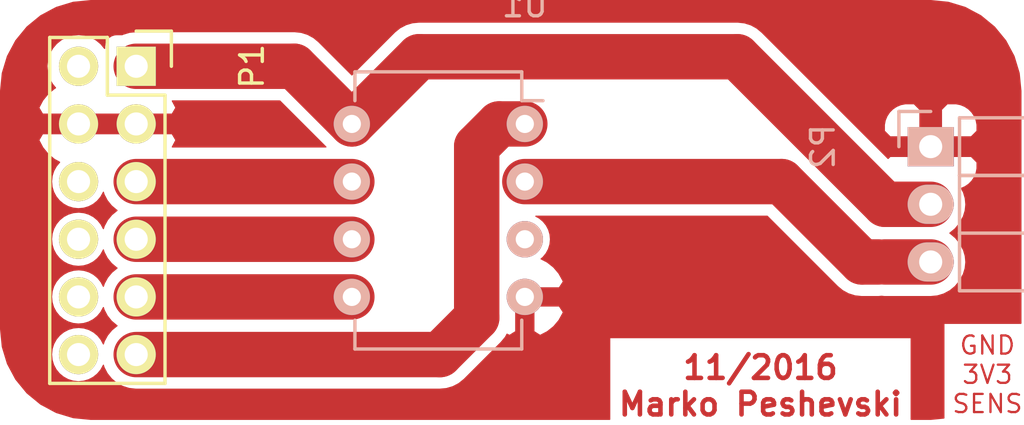
<source format=kicad_pcb>
(kicad_pcb (version 4) (host pcbnew 4.0.2+dfsg1-stable)

  (general
    (links 11)
    (no_connects 9)
    (area 168.81 91.501666 220.935001 112.59)
    (thickness 1.6)
    (drawings 2)
    (tracks 20)
    (zones 0)
    (modules 3)
    (nets 13)
  )

  (page A4)
  (layers
    (0 F.Cu signal)
    (31 B.Cu signal hide)
    (32 B.Adhes user hide)
    (33 F.Adhes user hide)
    (34 B.Paste user hide)
    (35 F.Paste user hide)
    (36 B.SilkS user hide)
    (37 F.SilkS user hide)
    (38 B.Mask user hide)
    (39 F.Mask user hide)
    (40 Dwgs.User user hide)
    (41 Cmts.User user hide)
    (42 Eco1.User user hide)
    (43 Eco2.User user hide)
    (44 Edge.Cuts user hide)
    (45 Margin user hide)
    (46 B.CrtYd user hide)
    (47 F.CrtYd user hide)
    (48 B.Fab user hide)
    (49 F.Fab user hide)
  )

  (setup
    (last_trace_width 1)
    (user_trace_width 0.5)
    (user_trace_width 1)
    (user_trace_width 2)
    (trace_clearance 0.2)
    (zone_clearance 0.3)
    (zone_45_only no)
    (trace_min 0.5)
    (segment_width 0.2)
    (edge_width 0.15)
    (via_size 0.6)
    (via_drill 0.4)
    (via_min_size 0.4)
    (via_min_drill 0.3)
    (uvia_size 0.3)
    (uvia_drill 0.1)
    (uvias_allowed no)
    (uvia_min_size 0.2)
    (uvia_min_drill 0.1)
    (pcb_text_width 0.3)
    (pcb_text_size 1.5 1.5)
    (mod_edge_width 0.15)
    (mod_text_size 1 1)
    (mod_text_width 0.15)
    (pad_size 1.524 1.524)
    (pad_drill 0.762)
    (pad_to_mask_clearance 0.2)
    (aux_axis_origin 0 0)
    (grid_origin 194.31 110.49)
    (visible_elements FFFFFF7F)
    (pcbplotparams
      (layerselection 0x00030_80000001)
      (usegerberextensions false)
      (excludeedgelayer true)
      (linewidth 0.100000)
      (plotframeref false)
      (viasonmask false)
      (mode 1)
      (useauxorigin false)
      (hpglpennumber 1)
      (hpglpenspeed 20)
      (hpglpendiameter 15)
      (hpglpenoverlay 2)
      (psnegative false)
      (psa4output false)
      (plotreference true)
      (plotvalue true)
      (plotinvisibletext false)
      (padsonsilk false)
      (subtractmaskfromsilk false)
      (outputformat 1)
      (mirror false)
      (drillshape 1)
      (scaleselection 1)
      (outputdirectory ""))
  )

  (net 0 "")
  (net 1 /3V3)
  (net 2 /GND)
  (net 3 /SCK)
  (net 4 /MISO)
  (net 5 /MOSI)
  (net 6 //CS)
  (net 7 /SENS)
  (net 8 "Net-(U1-Pad3)")
  (net 9 "Net-(P1-Pad6)")
  (net 10 "Net-(P1-Pad8)")
  (net 11 "Net-(P1-Pad10)")
  (net 12 "Net-(P1-Pad12)")

  (net_class Default "This is the default net class."
    (clearance 0.2)
    (trace_width 0.5)
    (via_dia 0.6)
    (via_drill 0.4)
    (uvia_dia 0.3)
    (uvia_drill 0.1)
    (add_net "Net-(P1-Pad10)")
    (add_net "Net-(P1-Pad12)")
    (add_net "Net-(P1-Pad6)")
    (add_net "Net-(P1-Pad8)")
    (add_net "Net-(U1-Pad3)")
  )

  (net_class Power ""
    (clearance 0.5)
    (trace_width 2)
    (via_dia 0.6)
    (via_drill 0.4)
    (uvia_dia 0.3)
    (uvia_drill 0.1)
    (add_net /3V3)
    (add_net /GND)
  )

  (net_class Signal ""
    (clearance 0.5)
    (trace_width 0.5)
    (via_dia 0.6)
    (via_drill 0.4)
    (uvia_dia 0.3)
    (uvia_drill 0.1)
    (add_net //CS)
    (add_net /MISO)
    (add_net /MOSI)
    (add_net /SCK)
    (add_net /SENS)
  )

  (module Socket_Strips:Socket_Strip_Straight_2x06 (layer F.Cu) (tedit 0) (tstamp 583047B8)
    (at 174.81 96.91 270)
    (descr "Through hole socket strip")
    (tags "socket strip")
    (path /582E5962)
    (fp_text reference P1 (at 0 -5.1 270) (layer F.SilkS)
      (effects (font (size 1 1) (thickness 0.15)))
    )
    (fp_text value CONN_02X06 (at 0 -3.1 270) (layer F.Fab)
      (effects (font (size 1 1) (thickness 0.15)))
    )
    (fp_line (start -1.75 -1.75) (end -1.75 4.3) (layer F.CrtYd) (width 0.05))
    (fp_line (start 14.45 -1.75) (end 14.45 4.3) (layer F.CrtYd) (width 0.05))
    (fp_line (start -1.75 -1.75) (end 14.45 -1.75) (layer F.CrtYd) (width 0.05))
    (fp_line (start -1.75 4.3) (end 14.45 4.3) (layer F.CrtYd) (width 0.05))
    (fp_line (start 13.97 3.81) (end -1.27 3.81) (layer F.SilkS) (width 0.15))
    (fp_line (start 1.27 -1.27) (end 13.97 -1.27) (layer F.SilkS) (width 0.15))
    (fp_line (start 13.97 3.81) (end 13.97 -1.27) (layer F.SilkS) (width 0.15))
    (fp_line (start -1.27 3.81) (end -1.27 1.27) (layer F.SilkS) (width 0.15))
    (fp_line (start 0 -1.55) (end -1.55 -1.55) (layer F.SilkS) (width 0.15))
    (fp_line (start -1.27 1.27) (end 1.27 1.27) (layer F.SilkS) (width 0.15))
    (fp_line (start 1.27 1.27) (end 1.27 -1.27) (layer F.SilkS) (width 0.15))
    (fp_line (start -1.55 -1.55) (end -1.55 0) (layer F.SilkS) (width 0.15))
    (pad 1 thru_hole rect (at 0 0 270) (size 1.7272 1.7272) (drill 1.016) (layers *.Cu *.Mask F.SilkS)
      (net 1 /3V3))
    (pad 2 thru_hole oval (at 0 2.54 270) (size 1.7272 1.7272) (drill 1.016) (layers *.Cu *.Mask F.SilkS)
      (net 1 /3V3))
    (pad 3 thru_hole oval (at 2.54 0 270) (size 1.7272 1.7272) (drill 1.016) (layers *.Cu *.Mask F.SilkS)
      (net 2 /GND))
    (pad 4 thru_hole oval (at 2.54 2.54 270) (size 1.7272 1.7272) (drill 1.016) (layers *.Cu *.Mask F.SilkS)
      (net 2 /GND))
    (pad 5 thru_hole oval (at 5.08 0 270) (size 1.7272 1.7272) (drill 1.016) (layers *.Cu *.Mask F.SilkS)
      (net 3 /SCK))
    (pad 6 thru_hole oval (at 5.08 2.54 270) (size 1.7272 1.7272) (drill 1.016) (layers *.Cu *.Mask F.SilkS)
      (net 9 "Net-(P1-Pad6)"))
    (pad 7 thru_hole oval (at 7.62 0 270) (size 1.7272 1.7272) (drill 1.016) (layers *.Cu *.Mask F.SilkS)
      (net 4 /MISO))
    (pad 8 thru_hole oval (at 7.62 2.54 270) (size 1.7272 1.7272) (drill 1.016) (layers *.Cu *.Mask F.SilkS)
      (net 10 "Net-(P1-Pad8)"))
    (pad 9 thru_hole oval (at 10.16 0 270) (size 1.7272 1.7272) (drill 1.016) (layers *.Cu *.Mask F.SilkS)
      (net 5 /MOSI))
    (pad 10 thru_hole oval (at 10.16 2.54 270) (size 1.7272 1.7272) (drill 1.016) (layers *.Cu *.Mask F.SilkS)
      (net 11 "Net-(P1-Pad10)"))
    (pad 11 thru_hole oval (at 12.7 0 270) (size 1.7272 1.7272) (drill 1.016) (layers *.Cu *.Mask F.SilkS)
      (net 6 //CS))
    (pad 12 thru_hole oval (at 12.7 2.54 270) (size 1.7272 1.7272) (drill 1.016) (layers *.Cu *.Mask F.SilkS)
      (net 12 "Net-(P1-Pad12)"))
    (model Socket_Strips.3dshapes/Socket_Strip_Straight_2x06.wrl
      (at (xyz 0.25 -0.05 0))
      (scale (xyz 1 1 1))
      (rotate (xyz 0 0 180))
    )
  )

  (module Socket_Strips:Socket_Strip_Angled_1x03 (layer B.Cu) (tedit 0) (tstamp 583047D0)
    (at 209.81 100.45 270)
    (descr "Through hole socket strip")
    (tags "socket strip")
    (path /582E5A87)
    (fp_text reference P2 (at 0 4.75 270) (layer B.SilkS)
      (effects (font (size 1 1) (thickness 0.15)) (justify mirror))
    )
    (fp_text value CONN_01X03 (at 0 2.75 270) (layer B.Fab)
      (effects (font (size 1 1) (thickness 0.15)) (justify mirror))
    )
    (fp_line (start -1.75 1.5) (end -1.75 -10.6) (layer B.CrtYd) (width 0.05))
    (fp_line (start 6.85 1.5) (end 6.85 -10.6) (layer B.CrtYd) (width 0.05))
    (fp_line (start -1.75 1.5) (end 6.85 1.5) (layer B.CrtYd) (width 0.05))
    (fp_line (start -1.75 -10.6) (end 6.85 -10.6) (layer B.CrtYd) (width 0.05))
    (fp_line (start 3.81 -1.27) (end 6.35 -1.27) (layer B.SilkS) (width 0.15))
    (fp_line (start 3.81 -10.1) (end 6.35 -10.1) (layer B.SilkS) (width 0.15))
    (fp_line (start 6.35 -10.1) (end 6.35 -1.27) (layer B.SilkS) (width 0.15))
    (fp_line (start 3.81 -10.1) (end 3.81 -1.27) (layer B.SilkS) (width 0.15))
    (fp_line (start 1.27 -10.1) (end 3.81 -10.1) (layer B.SilkS) (width 0.15))
    (fp_line (start 1.27 -1.27) (end 1.27 -10.1) (layer B.SilkS) (width 0.15))
    (fp_line (start 1.27 -1.27) (end 3.81 -1.27) (layer B.SilkS) (width 0.15))
    (fp_line (start -1.27 -1.27) (end 1.27 -1.27) (layer B.SilkS) (width 0.15))
    (fp_line (start 0 1.4) (end -1.55 1.4) (layer B.SilkS) (width 0.15))
    (fp_line (start -1.55 1.4) (end -1.55 0) (layer B.SilkS) (width 0.15))
    (fp_line (start -1.27 -1.27) (end -1.27 -10.1) (layer B.SilkS) (width 0.15))
    (fp_line (start -1.27 -10.1) (end 1.27 -10.1) (layer B.SilkS) (width 0.15))
    (fp_line (start 1.27 -10.1) (end 1.27 -1.27) (layer B.SilkS) (width 0.15))
    (pad 1 thru_hole rect (at 0 0 270) (size 1.7272 2.032) (drill 1.016) (layers *.Cu *.Mask B.SilkS)
      (net 2 /GND))
    (pad 2 thru_hole oval (at 2.54 0 270) (size 1.7272 2.032) (drill 1.016) (layers *.Cu *.Mask B.SilkS)
      (net 1 /3V3))
    (pad 3 thru_hole oval (at 5.08 0 270) (size 1.7272 2.032) (drill 1.016) (layers *.Cu *.Mask B.SilkS)
      (net 7 /SENS))
    (model Socket_Strips.3dshapes/Socket_Strip_Angled_1x03.wrl
      (at (xyz 0.1 0 0))
      (scale (xyz 1 1 1))
      (rotate (xyz 0 0 180))
    )
  )

  (module Housings_DIP:DIP-8_W7.62mm (layer B.Cu) (tedit 54130A77) (tstamp 583047E7)
    (at 191.93 99.45 180)
    (descr "8-lead dip package, row spacing 7.62 mm (300 mils)")
    (tags "dil dip 2.54 300")
    (path /582E58B9)
    (fp_text reference U1 (at 0 5.22 180) (layer B.SilkS)
      (effects (font (size 1 1) (thickness 0.15)) (justify mirror))
    )
    (fp_text value MCP3002 (at 0 3.72 180) (layer B.Fab)
      (effects (font (size 1 1) (thickness 0.15)) (justify mirror))
    )
    (fp_line (start -1.05 2.45) (end -1.05 -10.1) (layer B.CrtYd) (width 0.05))
    (fp_line (start 8.65 2.45) (end 8.65 -10.1) (layer B.CrtYd) (width 0.05))
    (fp_line (start -1.05 2.45) (end 8.65 2.45) (layer B.CrtYd) (width 0.05))
    (fp_line (start -1.05 -10.1) (end 8.65 -10.1) (layer B.CrtYd) (width 0.05))
    (fp_line (start 0.135 2.295) (end 0.135 1.025) (layer B.SilkS) (width 0.15))
    (fp_line (start 7.485 2.295) (end 7.485 1.025) (layer B.SilkS) (width 0.15))
    (fp_line (start 7.485 -9.915) (end 7.485 -8.645) (layer B.SilkS) (width 0.15))
    (fp_line (start 0.135 -9.915) (end 0.135 -8.645) (layer B.SilkS) (width 0.15))
    (fp_line (start 0.135 2.295) (end 7.485 2.295) (layer B.SilkS) (width 0.15))
    (fp_line (start 0.135 -9.915) (end 7.485 -9.915) (layer B.SilkS) (width 0.15))
    (fp_line (start 0.135 1.025) (end -0.8 1.025) (layer B.SilkS) (width 0.15))
    (pad 1 thru_hole oval (at 0 0 180) (size 1.6 1.6) (drill 0.8) (layers *.Cu *.Mask B.SilkS)
      (net 6 //CS))
    (pad 2 thru_hole oval (at 0 -2.54 180) (size 1.6 1.6) (drill 0.8) (layers *.Cu *.Mask B.SilkS)
      (net 7 /SENS))
    (pad 3 thru_hole oval (at 0 -5.08 180) (size 1.6 1.6) (drill 0.8) (layers *.Cu *.Mask B.SilkS)
      (net 8 "Net-(U1-Pad3)"))
    (pad 4 thru_hole oval (at 0 -7.62 180) (size 1.6 1.6) (drill 0.8) (layers *.Cu *.Mask B.SilkS)
      (net 2 /GND))
    (pad 5 thru_hole oval (at 7.62 -7.62 180) (size 1.6 1.6) (drill 0.8) (layers *.Cu *.Mask B.SilkS)
      (net 5 /MOSI))
    (pad 6 thru_hole oval (at 7.62 -5.08 180) (size 1.6 1.6) (drill 0.8) (layers *.Cu *.Mask B.SilkS)
      (net 4 /MISO))
    (pad 7 thru_hole oval (at 7.62 -2.54 180) (size 1.6 1.6) (drill 0.8) (layers *.Cu *.Mask B.SilkS)
      (net 3 /SCK))
    (pad 8 thru_hole oval (at 7.62 0 180) (size 1.6 1.6) (drill 0.8) (layers *.Cu *.Mask B.SilkS)
      (net 1 /3V3))
    (model Housings_DIP.3dshapes/DIP-8_W7.62mm.wrl
      (at (xyz 0 0 0))
      (scale (xyz 1 1 1))
      (rotate (xyz 0 0 0))
    )
  )

  (gr_text "11/2016\nMarko Peshevski" (at 202.31 110.99) (layer F.Cu)
    (effects (font (size 1 1) (thickness 0.2)))
  )
  (gr_text "GND\n3V3\nSENS" (at 212.31 110.49) (layer F.Cu)
    (effects (font (size 0.8 0.8) (thickness 0.1)))
  )

  (segment (start 207.794 102.99) (end 209.81 102.99) (width 2) (layer F.Cu) (net 1))
  (segment (start 184.31 99.45) (end 187.27 96.49) (width 2) (layer F.Cu) (net 1))
  (segment (start 201.294 96.49) (end 207.794 102.99) (width 2) (layer F.Cu) (net 1))
  (segment (start 187.27 96.49) (end 201.294 96.49) (width 2) (layer F.Cu) (net 1))
  (segment (start 174.81 96.91) (end 181.77 96.91) (width 2) (layer F.Cu) (net 1))
  (segment (start 181.77 96.91) (end 184.31 99.45) (width 2) (layer F.Cu) (net 1))
  (segment (start 174.81 101.99) (end 184.31 101.99) (width 2) (layer F.Cu) (net 3))
  (segment (start 184.31 104.53) (end 174.81 104.53) (width 2) (layer F.Cu) (net 4))
  (segment (start 174.81 107.07) (end 184.31 107.07) (width 2) (layer F.Cu) (net 5))
  (segment (start 174.89 107.03) (end 174.85 107.07) (width 1) (layer F.Cu) (net 5))
  (segment (start 189.81 107.99) (end 189.81 100.43863) (width 2) (layer F.Cu) (net 6))
  (segment (start 190.79863 99.45) (end 191.93 99.45) (width 2) (layer F.Cu) (net 6))
  (segment (start 189.81 100.43863) (end 190.79863 99.45) (width 2) (layer F.Cu) (net 6))
  (segment (start 188.19 109.61) (end 189.81 107.99) (width 2) (layer F.Cu) (net 6))
  (segment (start 174.81 109.61) (end 188.19 109.61) (width 2) (layer F.Cu) (net 6))
  (segment (start 206.784147 105.53) (end 207.50556 105.53) (width 2) (layer F.Cu) (net 7))
  (segment (start 203.244147 101.99) (end 206.784147 105.53) (width 2) (layer F.Cu) (net 7))
  (segment (start 191.93 101.99) (end 203.244147 101.99) (width 2) (layer F.Cu) (net 7))
  (segment (start 207.50556 105.53) (end 207.794 105.53) (width 1) (layer F.Cu) (net 7))
  (segment (start 207.794 105.53) (end 209.81 105.53) (width 2) (layer F.Cu) (net 7))

  (zone (net 2) (net_name /GND) (layer F.Cu) (tstamp 0) (hatch none 0.508)
    (connect_pads (clearance 0.3))
    (min_thickness 0.05)
    (fill yes (arc_segments 32) (thermal_gap 1) (thermal_bridge_width 1) (smoothing fillet) (radius 4))
    (polygon
      (pts
        (xy 213.81 93.99) (xy 213.81 112.49) (xy 168.81 112.49) (xy 168.81 93.99)
      )
    )
    (filled_polygon
      (pts
        (xy 210.58546 94.091498) (xy 211.331123 94.317692) (xy 212.018325 94.68501) (xy 212.620664 95.179336) (xy 213.11499 95.781675)
        (xy 213.482308 96.468877) (xy 213.708502 97.21454) (xy 213.785 97.991232) (xy 213.785 108.235) (xy 210.392143 108.235)
        (xy 210.392143 112.407542) (xy 209.808768 112.465) (xy 208.949287 112.465) (xy 208.949287 108.865) (xy 195.670714 108.865)
        (xy 195.670714 112.465) (xy 172.811232 112.465) (xy 172.03454 112.388502) (xy 171.288877 112.162308) (xy 170.601675 111.79499)
        (xy 169.999336 111.300664) (xy 169.50501 110.698325) (xy 169.137692 110.011123) (xy 168.911498 109.26546) (xy 168.835 108.488768)
        (xy 168.835 98.735898) (xy 170.521596 98.735898) (xy 170.687662 99.0182) (xy 171.8382 99.0182) (xy 171.8382 98.955)
        (xy 172.7018 98.955) (xy 172.7018 99.0182) (xy 174.3782 99.0182) (xy 174.3782 98.955) (xy 175.2418 98.955)
        (xy 175.2418 99.0182) (xy 176.392338 99.0182) (xy 176.558404 98.735898) (xy 176.399479 98.435) (xy 181.138324 98.435)
        (xy 183.168324 100.465) (xy 176.399479 100.465) (xy 176.558404 100.164102) (xy 176.392338 99.8818) (xy 175.2418 99.8818)
        (xy 175.2418 99.945) (xy 174.3782 99.945) (xy 174.3782 99.8818) (xy 172.7018 99.8818) (xy 172.7018 99.945)
        (xy 171.8382 99.945) (xy 171.8382 99.8818) (xy 170.687662 99.8818) (xy 170.521596 100.164102) (xy 170.694505 100.491477)
        (xy 170.92796 100.778829) (xy 171.212989 101.015115) (xy 171.437226 101.136402) (xy 171.28927 101.312729) (xy 171.177516 101.51601)
        (xy 171.107374 101.737125) (xy 171.081516 101.967654) (xy 171.0814 101.984249) (xy 171.0814 101.995751) (xy 171.104037 102.226618)
        (xy 171.171085 102.448691) (xy 171.27999 102.653512) (xy 171.426604 102.833279) (xy 171.605343 102.981145) (xy 171.809399 103.091478)
        (xy 172.030999 103.160074) (xy 172.261702 103.184322) (xy 172.492721 103.163298) (xy 172.715257 103.097802) (xy 172.920834 102.990329)
        (xy 173.10162 102.844973) (xy 173.25073 102.667271) (xy 173.362484 102.46399) (xy 173.36504 102.455931) (xy 173.396045 102.561275)
        (xy 173.533934 102.825034) (xy 173.720429 103.056987) (xy 173.948425 103.248298) (xy 173.967735 103.258914) (xy 173.966078 103.259795)
        (xy 173.735433 103.447905) (xy 173.545718 103.677231) (xy 173.404159 103.939039) (xy 173.365312 104.064533) (xy 173.26001 103.866488)
        (xy 173.113396 103.686721) (xy 172.934657 103.538855) (xy 172.730601 103.428522) (xy 172.509001 103.359926) (xy 172.278298 103.335678)
        (xy 172.047279 103.356702) (xy 171.824743 103.422198) (xy 171.619166 103.529671) (xy 171.43838 103.675027) (xy 171.28927 103.852729)
        (xy 171.177516 104.05601) (xy 171.107374 104.277125) (xy 171.081516 104.507654) (xy 171.0814 104.524249) (xy 171.0814 104.535751)
        (xy 171.104037 104.766618) (xy 171.171085 104.988691) (xy 171.27999 105.193512) (xy 171.426604 105.373279) (xy 171.605343 105.521145)
        (xy 171.809399 105.631478) (xy 172.030999 105.700074) (xy 172.261702 105.724322) (xy 172.492721 105.703298) (xy 172.715257 105.637802)
        (xy 172.920834 105.530329) (xy 173.10162 105.384973) (xy 173.25073 105.207271) (xy 173.362484 105.00399) (xy 173.36504 104.995931)
        (xy 173.396045 105.101275) (xy 173.533934 105.365034) (xy 173.720429 105.596987) (xy 173.948425 105.788298) (xy 173.967735 105.798914)
        (xy 173.966078 105.799795) (xy 173.735433 105.987905) (xy 173.545718 106.217231) (xy 173.404159 106.479039) (xy 173.365312 106.604533)
        (xy 173.26001 106.406488) (xy 173.113396 106.226721) (xy 172.934657 106.078855) (xy 172.730601 105.968522) (xy 172.509001 105.899926)
        (xy 172.278298 105.875678) (xy 172.047279 105.896702) (xy 171.824743 105.962198) (xy 171.619166 106.069671) (xy 171.43838 106.215027)
        (xy 171.28927 106.392729) (xy 171.177516 106.59601) (xy 171.107374 106.817125) (xy 171.081516 107.047654) (xy 171.0814 107.064249)
        (xy 171.0814 107.075751) (xy 171.104037 107.306618) (xy 171.171085 107.528691) (xy 171.27999 107.733512) (xy 171.426604 107.913279)
        (xy 171.605343 108.061145) (xy 171.809399 108.171478) (xy 172.030999 108.240074) (xy 172.261702 108.264322) (xy 172.492721 108.243298)
        (xy 172.715257 108.177802) (xy 172.920834 108.070329) (xy 173.10162 107.924973) (xy 173.25073 107.747271) (xy 173.362484 107.54399)
        (xy 173.36504 107.535931) (xy 173.396045 107.641275) (xy 173.533934 107.905034) (xy 173.720429 108.136987) (xy 173.948425 108.328298)
        (xy 173.967735 108.338914) (xy 173.966078 108.339795) (xy 173.735433 108.527905) (xy 173.545718 108.757231) (xy 173.404159 109.019039)
        (xy 173.365312 109.144533) (xy 173.26001 108.946488) (xy 173.113396 108.766721) (xy 172.934657 108.618855) (xy 172.730601 108.508522)
        (xy 172.509001 108.439926) (xy 172.278298 108.415678) (xy 172.047279 108.436702) (xy 171.824743 108.502198) (xy 171.619166 108.609671)
        (xy 171.43838 108.755027) (xy 171.28927 108.932729) (xy 171.177516 109.13601) (xy 171.107374 109.357125) (xy 171.081516 109.587654)
        (xy 171.0814 109.604249) (xy 171.0814 109.615751) (xy 171.104037 109.846618) (xy 171.171085 110.068691) (xy 171.27999 110.273512)
        (xy 171.426604 110.453279) (xy 171.605343 110.601145) (xy 171.809399 110.711478) (xy 172.030999 110.780074) (xy 172.261702 110.804322)
        (xy 172.492721 110.783298) (xy 172.715257 110.717802) (xy 172.920834 110.610329) (xy 173.10162 110.464973) (xy 173.25073 110.287271)
        (xy 173.362484 110.08399) (xy 173.36504 110.075931) (xy 173.396045 110.181275) (xy 173.533934 110.445034) (xy 173.720429 110.676987)
        (xy 173.948425 110.868298) (xy 174.209239 111.011681) (xy 174.492935 111.101675) (xy 174.788708 111.134851) (xy 174.81 111.135)
        (xy 188.19 111.135) (xy 188.330151 111.121258) (xy 188.470526 111.108977) (xy 188.478228 111.106739) (xy 188.486207 111.105957)
        (xy 188.621096 111.065231) (xy 188.756336 111.02594) (xy 188.763451 111.022252) (xy 188.771132 111.019933) (xy 188.895562 110.953772)
        (xy 189.020575 110.888972) (xy 189.026841 110.88397) (xy 189.033922 110.880205) (xy 189.143095 110.791166) (xy 189.253177 110.703288)
        (xy 189.264341 110.692279) (xy 189.264567 110.692095) (xy 189.26474 110.691886) (xy 189.268338 110.688338) (xy 190.888338 109.068338)
        (xy 190.977738 108.959501) (xy 191.068298 108.851575) (xy 191.072162 108.844547) (xy 191.077251 108.838351) (xy 191.143839 108.714165)
        (xy 191.146439 108.709436) (xy 191.256372 108.766142) (xy 191.53 108.594388) (xy 191.53 107.47) (xy 192.33 107.47)
        (xy 192.33 108.594388) (xy 192.603628 108.766142) (xy 192.921585 108.602133) (xy 193.201436 108.379245) (xy 193.432427 108.106043)
        (xy 193.60568 107.793027) (xy 193.626129 107.743626) (xy 193.446897 107.47) (xy 192.33 107.47) (xy 191.53 107.47)
        (xy 191.435 107.47) (xy 191.435 106.67) (xy 191.53 106.67) (xy 191.53 106.575) (xy 192.33 106.575)
        (xy 192.33 106.67) (xy 193.446897 106.67) (xy 193.626129 106.396374) (xy 193.60568 106.346973) (xy 193.432427 106.033957)
        (xy 193.201436 105.760755) (xy 192.921585 105.537867) (xy 192.645667 105.395543) (xy 192.728156 105.328267) (xy 192.86811 105.159092)
        (xy 192.972539 104.965955) (xy 193.037465 104.756213) (xy 193.060416 104.537854) (xy 193.040516 104.319196) (xy 192.978525 104.108568)
        (xy 192.876803 103.913991) (xy 192.739225 103.742879) (xy 192.571031 103.601747) (xy 192.413238 103.515) (xy 202.612471 103.515)
        (xy 205.705809 106.608338) (xy 205.814646 106.697738) (xy 205.922572 106.788298) (xy 205.9296 106.792162) (xy 205.935796 106.797251)
        (xy 206.059982 106.863839) (xy 206.183386 106.931681) (xy 206.191024 106.934104) (xy 206.198096 106.937896) (xy 206.332893 106.979108)
        (xy 206.467082 107.021675) (xy 206.475047 107.022568) (xy 206.482719 107.024914) (xy 206.622883 107.039151) (xy 206.762855 107.054851)
        (xy 206.778536 107.054961) (xy 206.778824 107.05499) (xy 206.779092 107.054965) (xy 206.784147 107.055) (xy 207.50556 107.055)
        (xy 207.648813 107.040954) (xy 207.772708 107.054851) (xy 207.794 107.055) (xy 209.81 107.055) (xy 210.106207 107.025957)
        (xy 210.391132 106.939933) (xy 210.653922 106.800205) (xy 210.884567 106.612095) (xy 211.074282 106.382769) (xy 211.10508 106.325809)
        (xy 211.121058 106.306495) (xy 211.249955 106.068104) (xy 211.330094 105.809217) (xy 211.358422 105.539694) (xy 211.33386 105.269802)
        (xy 211.257344 105.009821) (xy 211.131787 104.769654) (xy 211.112703 104.745918) (xy 211.086066 104.694966) (xy 210.899571 104.463013)
        (xy 210.671575 104.271702) (xy 210.652265 104.261086) (xy 210.653922 104.260205) (xy 210.884567 104.072095) (xy 211.074282 103.842769)
        (xy 211.10508 103.785809) (xy 211.121058 103.766495) (xy 211.249955 103.528104) (xy 211.330094 103.269217) (xy 211.358422 102.999694)
        (xy 211.33386 102.729802) (xy 211.257344 102.469821) (xy 211.160466 102.284512) (xy 211.311519 102.221943) (xy 211.479399 102.10977)
        (xy 211.622169 101.967) (xy 211.734343 101.79912) (xy 211.81161 101.612582) (xy 211.851 101.414554) (xy 211.851 101.13805)
        (xy 211.59475 100.8818) (xy 210.285 100.8818) (xy 210.285 100.945) (xy 209.335 100.945) (xy 209.335 100.8818)
        (xy 208.02525 100.8818) (xy 207.933863 100.973187) (xy 206.446122 99.485446) (xy 207.769 99.485446) (xy 207.769 99.76195)
        (xy 208.02525 100.0182) (xy 209.335 100.0182) (xy 209.335 98.81765) (xy 210.285 98.81765) (xy 210.285 100.0182)
        (xy 211.59475 100.0182) (xy 211.851 99.76195) (xy 211.851 99.485446) (xy 211.81161 99.287418) (xy 211.734343 99.10088)
        (xy 211.622169 98.933) (xy 211.479399 98.79023) (xy 211.311519 98.678057) (xy 211.124981 98.60079) (xy 210.926953 98.5614)
        (xy 210.54125 98.5614) (xy 210.285 98.81765) (xy 209.335 98.81765) (xy 209.07875 98.5614) (xy 208.693047 98.5614)
        (xy 208.495019 98.60079) (xy 208.308481 98.678057) (xy 208.140601 98.79023) (xy 207.997831 98.933) (xy 207.885657 99.10088)
        (xy 207.80839 99.287418) (xy 207.769 99.485446) (xy 206.446122 99.485446) (xy 202.372338 95.411662) (xy 202.263501 95.322262)
        (xy 202.155575 95.231702) (xy 202.148547 95.227838) (xy 202.142351 95.222749) (xy 202.018165 95.156161) (xy 201.894761 95.088319)
        (xy 201.887123 95.085896) (xy 201.880051 95.082104) (xy 201.745254 95.040892) (xy 201.611065 94.998325) (xy 201.6031 94.997432)
        (xy 201.595428 94.995086) (xy 201.455264 94.980849) (xy 201.315292 94.965149) (xy 201.299611 94.965039) (xy 201.299323 94.96501)
        (xy 201.299055 94.965035) (xy 201.294 94.965) (xy 187.27 94.965) (xy 187.1298 94.978747) (xy 186.989474 94.991024)
        (xy 186.981777 94.99326) (xy 186.973793 94.994043) (xy 186.838862 95.034781) (xy 186.703664 95.07406) (xy 186.696549 95.077748)
        (xy 186.688868 95.080067) (xy 186.564438 95.146228) (xy 186.439425 95.211028) (xy 186.433159 95.21603) (xy 186.426078 95.219795)
        (xy 186.316905 95.308834) (xy 186.206823 95.396712) (xy 186.195659 95.407721) (xy 186.195433 95.407905) (xy 186.19526 95.408114)
        (xy 186.191662 95.411662) (xy 184.31 97.293324) (xy 182.848338 95.831662) (xy 182.739501 95.742262) (xy 182.631575 95.651702)
        (xy 182.624547 95.647838) (xy 182.618351 95.642749) (xy 182.494165 95.576161) (xy 182.370761 95.508319) (xy 182.363123 95.505896)
        (xy 182.356051 95.502104) (xy 182.221254 95.460892) (xy 182.087065 95.418325) (xy 182.0791 95.417432) (xy 182.071428 95.415086)
        (xy 181.931264 95.400849) (xy 181.791292 95.385149) (xy 181.775611 95.385039) (xy 181.775323 95.38501) (xy 181.775055 95.385035)
        (xy 181.77 95.385) (xy 174.81 95.385) (xy 174.513793 95.414043) (xy 174.228868 95.500067) (xy 174.193524 95.51886)
        (xy 173.9464 95.51886) (xy 173.862796 95.525527) (xy 173.720994 95.56944) (xy 173.59704 95.65112) (xy 173.500749 95.764099)
        (xy 173.439746 95.899431) (xy 173.41886 96.0464) (xy 173.41886 96.125358) (xy 173.25531 95.924826) (xy 173.046495 95.752079)
        (xy 172.808104 95.623182) (xy 172.549217 95.543043) (xy 172.279694 95.514715) (xy 172.009802 95.539277) (xy 171.749821 95.615793)
        (xy 171.509654 95.74135) (xy 171.298447 95.911164) (xy 171.124247 96.118768) (xy 170.993689 96.356253) (xy 170.911744 96.614575)
        (xy 170.881535 96.883893) (xy 170.8814 96.903281) (xy 170.8814 96.916719) (xy 170.907846 97.186433) (xy 170.986175 97.445873)
        (xy 171.113406 97.685159) (xy 171.256919 97.861124) (xy 171.212989 97.884885) (xy 170.92796 98.121171) (xy 170.694505 98.408523)
        (xy 170.521596 98.735898) (xy 168.835 98.735898) (xy 168.835 97.991232) (xy 168.911498 97.21454) (xy 169.137692 96.468877)
        (xy 169.50501 95.781675) (xy 169.999336 95.179336) (xy 170.601675 94.68501) (xy 171.288877 94.317692) (xy 172.03454 94.091498)
        (xy 172.811232 94.015) (xy 209.808768 94.015)
      )
    )
  )
)

</source>
